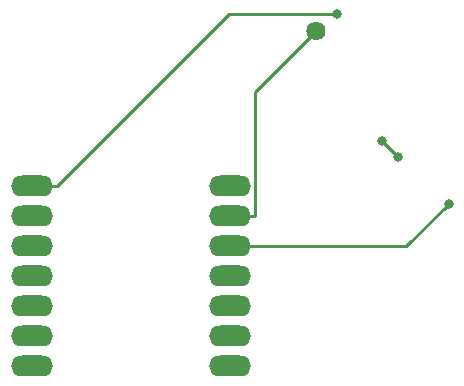
<source format=gbr>
%TF.GenerationSoftware,KiCad,Pcbnew,7.0.10*%
%TF.CreationDate,2024-01-26T16:43:20-08:00*%
%TF.ProjectId,FinalProject,46696e61-6c50-4726-9f6a-6563742e6b69,v2*%
%TF.SameCoordinates,Original*%
%TF.FileFunction,Copper,L2,Bot*%
%TF.FilePolarity,Positive*%
%FSLAX46Y46*%
G04 Gerber Fmt 4.6, Leading zero omitted, Abs format (unit mm)*
G04 Created by KiCad (PCBNEW 7.0.10) date 2024-01-26 16:43:20*
%MOMM*%
%LPD*%
G01*
G04 APERTURE LIST*
%TA.AperFunction,ComponentPad*%
%ADD10O,3.556000X1.778000*%
%TD*%
%TA.AperFunction,ComponentPad*%
%ADD11C,1.625000*%
%TD*%
%TA.AperFunction,ViaPad*%
%ADD12C,0.800000*%
%TD*%
%TA.AperFunction,Conductor*%
%ADD13C,0.250000*%
%TD*%
G04 APERTURE END LIST*
D10*
%TO.P,U1,1,GPIO1_A0_D0*%
%TO.N,Net-(IC1-BCLK)*%
X126927000Y-101854000D03*
%TO.P,U1,2,GPIO2_A1_D1*%
%TO.N,unconnected-(U1-GPIO2_A1_D1-Pad2)*%
X126927000Y-104394000D03*
%TO.P,U1,3,GPIO3_A2_D2*%
%TO.N,Net-(IC1-WS)*%
X126927000Y-106934000D03*
%TO.P,U1,4,GPIO4_A3_D3*%
%TO.N,Net-(IC1-DATA)*%
X126927000Y-109474000D03*
%TO.P,U1,5,GPIO4_A3_D3_SDA*%
%TO.N,Net-(U1-GPIO4_A3_D3_SDA)*%
X126927000Y-112014000D03*
%TO.P,U1,6,GPIO6_A5_D5_SCL*%
%TO.N,Net-(U1-GPIO6_A5_D5_SCL)*%
X126927000Y-114554000D03*
%TO.P,U1,7,GPIO43_TX_D6*%
%TO.N,unconnected-(U1-GPIO43_TX_D6-Pad7)*%
X126927000Y-117094000D03*
%TO.P,U1,8,5V*%
%TO.N,unconnected-(U1-5V-Pad8)*%
X143691000Y-101854000D03*
%TO.P,U1,9,GND*%
%TO.N,GND*%
X143691000Y-104394000D03*
%TO.P,U1,10,3V3*%
%TO.N,/3.3V*%
X143691000Y-106934000D03*
%TO.P,U1,11,GPIO9_A10_D10_COPI*%
%TO.N,unconnected-(U1-GPIO9_A10_D10_COPI-Pad11)*%
X143691000Y-109474000D03*
%TO.P,U1,12,GPIO8_A9_D9_CIPO*%
%TO.N,unconnected-(U1-GPIO8_A9_D9_CIPO-Pad12)*%
X143691000Y-112014000D03*
%TO.P,U1,13,GPIO7_A8_D8_SCK*%
%TO.N,unconnected-(U1-GPIO7_A8_D8_SCK-Pad13)*%
X143691000Y-114554000D03*
%TO.P,U1,14,GPIO44_D7_RX*%
%TO.N,unconnected-(U1-GPIO44_D7_RX-Pad14)*%
X143691000Y-117094000D03*
%TD*%
D11*
%TO.P,IC1,3,GND*%
%TO.N,GND*%
X150941000Y-88724000D03*
%TD*%
D12*
%TO.N,Net-(IC1-BCLK)*%
X152750000Y-87247300D03*
%TO.N,/3.3V*%
X162201000Y-103355300D03*
%TO.N,/SDA_3V*%
X157941000Y-99346000D03*
X156574000Y-97979100D03*
%TD*%
D13*
%TO.N,Net-(IC1-BCLK)*%
X127689000Y-101854000D02*
X129032000Y-101854000D01*
X129032000Y-101854000D02*
X143639000Y-87247300D01*
X143639000Y-87247300D02*
X152750000Y-87247300D01*
%TO.N,GND*%
X142929000Y-104394000D02*
X145796000Y-104394000D01*
X145796000Y-104394000D02*
X145796000Y-93869100D01*
X145796000Y-93869100D02*
X150941000Y-88724000D01*
%TO.N,/3.3V*%
X142929000Y-106934000D02*
X158622000Y-106934000D01*
X158622000Y-106934000D02*
X162201000Y-103355300D01*
%TO.N,/SDA_3V*%
X157941000Y-99346000D02*
X156574000Y-97979100D01*
%TD*%
M02*

</source>
